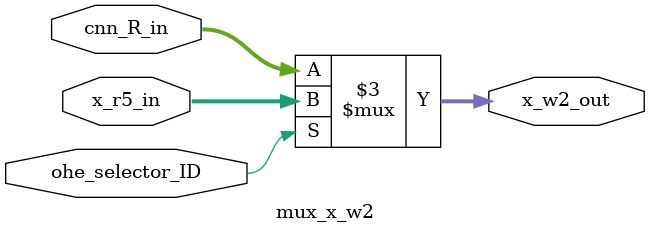
<source format=v>




`timescale 1ns/1ps

// module mux_x_w2 : mux_x_w2
module mux_x_w2
  ( input                    ohe_selector_ID,
    input      signed [31:0] cnn_R_in, // w32
    input      signed [31:0] x_r5_in, // w32
    output reg signed [31:0] x_w2_out // w32
  );


  always @ (*)

  begin : p_mux_x_w2

    // x_w2_out = 32'sh0;

    // (x_w2_copy0_cnn_w1_EX)
    // [cnn.n:42](regX.n:109)
    x_w2_out = cnn_R_in;

    if (ohe_selector_ID) // (x_w2_copy0_x_r5_ID)
    begin
      // [cnn.n:98]
      x_w2_out = x_r5_in;
    end

  end

endmodule

</source>
